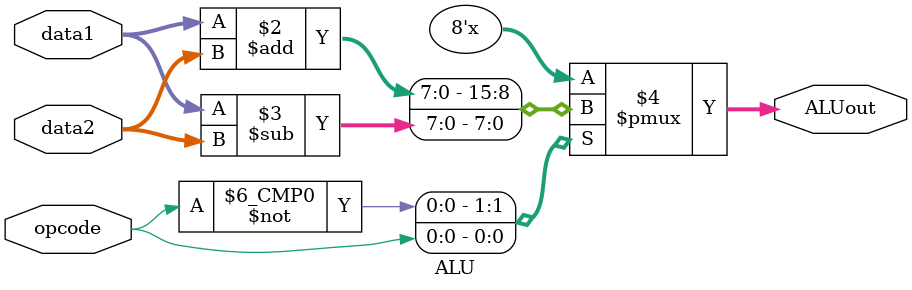
<source format=v>
`timescale 1ns / 1ps


module ALU( input [7:0] data1,
            input [7:0] data2,
            input opcode,
            output reg [7:0] ALUout
            );

   parameter
   opcode_sub = 3'd1,
   opcode_add = 3'd0;
   
   always @(*)
   begin 
   case(opcode)
                opcode_add : ALUout = data1 + data2;
                opcode_sub : ALUout = data1 - data2;
   endcase
   end
   
   
   
endmodule

</source>
